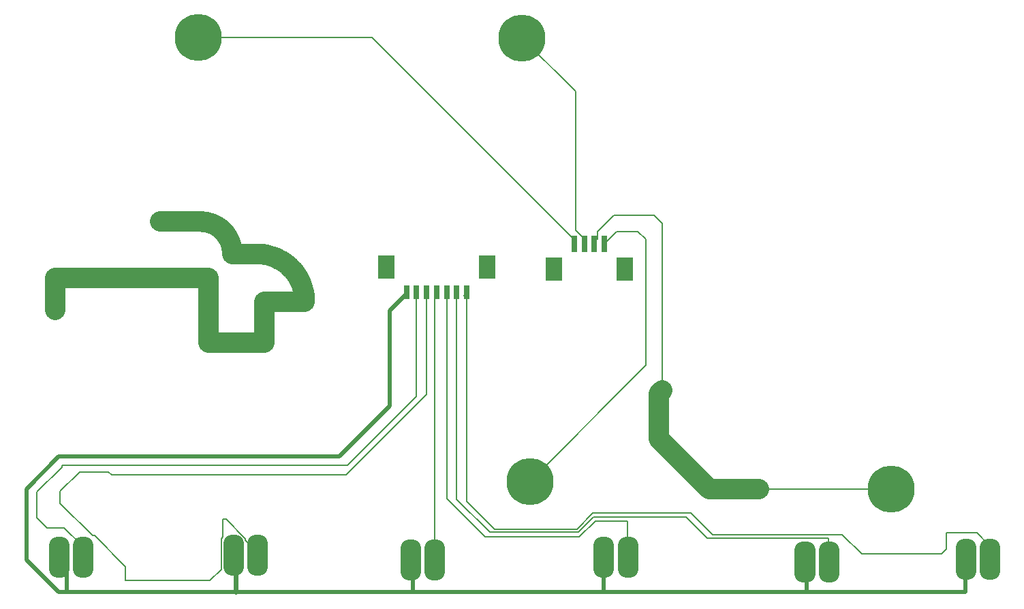
<source format=gbr>
G04 EAGLE Gerber RS-274X export*
G75*
%MOMM*%
%FSLAX34Y34*%
%LPD*%
%INTop Copper*%
%IPPOS*%
%AMOC8*
5,1,8,0,0,1.08239X$1,22.5*%
G01*
%ADD10C,2.108200*%
%ADD11R,0.800000X1.800000*%
%ADD12R,2.100000X3.000000*%
%ADD13C,5.842000*%
%ADD14R,0.800000X2.000000*%
%ADD15C,0.152400*%
%ADD16C,0.508000*%
%ADD17C,0.609600*%
%ADD18C,2.540000*%


D10*
X1203288Y206014D02*
X1203288Y176296D01*
X1198970Y176296D01*
X1198970Y206014D01*
X1203288Y206014D01*
X1203288Y196324D02*
X1198970Y196324D01*
X1233288Y206014D02*
X1233288Y176296D01*
X1228970Y176296D01*
X1228970Y206014D01*
X1233288Y206014D01*
X1233288Y196324D02*
X1228970Y196324D01*
X1003288Y202214D02*
X1003288Y172496D01*
X998970Y172496D01*
X998970Y202214D01*
X1003288Y202214D01*
X1003288Y192524D02*
X998970Y192524D01*
X1033288Y202214D02*
X1033288Y172496D01*
X1028970Y172496D01*
X1028970Y202214D01*
X1033288Y202214D01*
X1033288Y192524D02*
X1028970Y192524D01*
X753288Y178696D02*
X753288Y208414D01*
X753288Y178696D02*
X748970Y178696D01*
X748970Y208414D01*
X753288Y208414D01*
X753288Y198724D02*
X748970Y198724D01*
X783288Y208414D02*
X783288Y178696D01*
X778970Y178696D01*
X778970Y208414D01*
X783288Y208414D01*
X783288Y198724D02*
X778970Y198724D01*
X513288Y204614D02*
X513288Y174896D01*
X508970Y174896D01*
X508970Y204614D01*
X513288Y204614D01*
X513288Y194924D02*
X508970Y194924D01*
X543288Y204614D02*
X543288Y174896D01*
X538970Y174896D01*
X538970Y204614D01*
X543288Y204614D01*
X543288Y194924D02*
X538970Y194924D01*
X293288Y181096D02*
X293288Y210814D01*
X293288Y181096D02*
X288970Y181096D01*
X288970Y210814D01*
X293288Y210814D01*
X293288Y201124D02*
X288970Y201124D01*
X323288Y210814D02*
X323288Y181096D01*
X318970Y181096D01*
X318970Y210814D01*
X323288Y210814D01*
X323288Y201124D02*
X318970Y201124D01*
X76288Y208014D02*
X76288Y178296D01*
X71970Y178296D01*
X71970Y208014D01*
X76288Y208014D01*
X76288Y198324D02*
X71970Y198324D01*
X106288Y208014D02*
X106288Y178296D01*
X101970Y178296D01*
X101970Y208014D01*
X106288Y208014D01*
X106288Y198324D02*
X101970Y198324D01*
D11*
X581329Y522655D03*
X568829Y522655D03*
X556329Y522655D03*
X543829Y522655D03*
X531329Y522655D03*
X518829Y522655D03*
X506329Y522655D03*
D12*
X606329Y553905D03*
X481329Y553905D03*
D13*
X649829Y838155D03*
X247329Y838755D03*
X1108429Y277755D03*
X659529Y286755D03*
D14*
X714779Y582655D03*
X727279Y582655D03*
X739779Y582655D03*
X752279Y582655D03*
D12*
X689779Y551405D03*
X777279Y551405D03*
D15*
X506329Y522655D02*
X506329Y520255D01*
D16*
X485713Y499639D01*
X485713Y380639D02*
X423029Y317955D01*
X74029Y317955D01*
X34029Y277955D01*
X34029Y189639D02*
X74029Y149639D01*
X485713Y380639D02*
X485713Y499639D01*
X34029Y277955D02*
X34029Y189639D01*
X1004029Y149639D02*
X1201129Y149639D01*
X1004029Y149639D02*
X752029Y149639D01*
X514029Y149639D01*
X294029Y149639D01*
X84029Y149639D01*
X74029Y149639D01*
X1201129Y149639D02*
X1201129Y191155D01*
D15*
X514029Y186855D02*
X511129Y189755D01*
D16*
X514029Y186855D02*
X514029Y149639D01*
D15*
X294029Y193055D02*
X291129Y195955D01*
D17*
X294029Y193055D02*
X294029Y149639D01*
D15*
X84029Y183255D02*
X74129Y193155D01*
D16*
X84029Y183255D02*
X84029Y149639D01*
D15*
X1001129Y187355D02*
X1004029Y184455D01*
D16*
X1004029Y149639D01*
X751129Y150539D02*
X751129Y193555D01*
D15*
X751129Y150539D02*
X752029Y149639D01*
X581329Y521655D02*
X581329Y522655D01*
X581329Y521655D02*
X578029Y518355D01*
X1231129Y210855D02*
X1234029Y207955D01*
X1231129Y206855D02*
X1231129Y210855D01*
X1231129Y206855D02*
X1231129Y191155D01*
X581329Y262655D02*
X581329Y522655D01*
X738029Y247955D02*
X718029Y227955D01*
X738029Y247955D02*
X860029Y247955D01*
X887029Y220955D01*
X1048029Y220955D01*
X1072029Y196955D01*
X1171029Y196955D01*
X1177029Y202955D02*
X1177029Y222955D01*
X1215029Y222955D01*
X1231129Y206855D01*
X616029Y227955D02*
X581329Y262655D01*
X616029Y227955D02*
X718029Y227955D01*
X1171029Y196955D02*
X1177029Y202955D01*
X568829Y265155D02*
X568829Y522655D01*
X739029Y242955D02*
X720029Y223955D01*
X739029Y242955D02*
X854029Y242955D01*
X880029Y216955D01*
X1031129Y216955D01*
X1034029Y207955D02*
X1034029Y197955D01*
X610029Y223955D02*
X568829Y265155D01*
X610029Y223955D02*
X720029Y223955D01*
X1031129Y216955D02*
X1031129Y187355D01*
X556329Y265655D02*
X556329Y522655D01*
X556329Y265655D02*
X604029Y217955D01*
X721029Y217955D01*
X741029Y237955D02*
X781129Y237955D01*
X741029Y237955D02*
X721029Y217955D01*
X781129Y237955D02*
X781129Y193555D01*
X544029Y187955D02*
X543829Y188155D01*
X541129Y189755D02*
X541129Y519955D01*
X543829Y522655D01*
X531329Y522655D02*
X531329Y395255D01*
X324029Y195955D02*
X321129Y195955D01*
X431029Y294955D02*
X531329Y395255D01*
X431029Y294955D02*
X140029Y294955D01*
X136029Y298955D01*
X100029Y298955D01*
X76029Y274955D01*
X76029Y259955D01*
X116143Y219841D02*
X118601Y219841D01*
X157029Y181413D01*
X157029Y163955D01*
X262029Y163955D01*
X276143Y178069D01*
X276143Y216127D01*
X278029Y218013D01*
X278029Y239955D01*
X306115Y216127D02*
X306115Y213869D01*
X324029Y195955D01*
X282287Y239955D02*
X278029Y239955D01*
X282287Y239955D02*
X306115Y216127D01*
X116143Y219841D02*
X76029Y259955D01*
X104129Y206155D02*
X104129Y193155D01*
X104129Y206155D02*
X81179Y229105D01*
X78129Y304955D02*
X78129Y306955D01*
X433029Y306955D01*
X518829Y392755D02*
X518829Y522655D01*
X518829Y392755D02*
X433029Y306955D01*
X78129Y304955D02*
X47029Y273855D01*
X47029Y241955D01*
X59879Y229105D01*
X81179Y229105D01*
X804029Y431255D02*
X804029Y587955D01*
X794029Y597955D01*
X767579Y597955D01*
X752279Y582655D01*
X804029Y431255D02*
X659529Y286755D01*
X944229Y277755D02*
X1108429Y277755D01*
X824029Y400000D02*
X824029Y607955D01*
X814029Y617955D01*
X764029Y617955D01*
X744029Y597955D01*
X744029Y587955D01*
D18*
X882245Y277755D02*
X944229Y277755D01*
X882245Y277755D02*
X820000Y340000D01*
X820000Y395971D01*
X824029Y400000D01*
D15*
X649829Y838105D02*
X649829Y838155D01*
X726279Y583655D02*
X727279Y582655D01*
X726279Y583655D02*
X726279Y589655D01*
X716279Y599655D01*
X716279Y771655D01*
X649829Y838105D01*
X463229Y838755D02*
X247329Y838755D01*
X463229Y838755D02*
X714029Y587955D01*
D18*
X70000Y540000D02*
X70000Y500000D01*
X70000Y540000D02*
X260000Y540000D01*
X260000Y460000D01*
X330000Y460000D01*
X330000Y510000D01*
X380000Y510000D01*
X379982Y511450D01*
X379930Y512899D01*
X379842Y514346D01*
X379720Y515791D01*
X379563Y517232D01*
X379370Y518669D01*
X379144Y520101D01*
X378882Y521528D01*
X378586Y522947D01*
X378257Y524359D01*
X377893Y525762D01*
X377495Y527157D01*
X377063Y528541D01*
X376599Y529914D01*
X376101Y531276D01*
X375570Y532626D01*
X375008Y533962D01*
X374412Y535284D01*
X373786Y536591D01*
X373127Y537883D01*
X372438Y539159D01*
X371718Y540418D01*
X370968Y541658D01*
X370188Y542881D01*
X369379Y544084D01*
X368541Y545267D01*
X367675Y546430D01*
X366780Y547571D01*
X365859Y548691D01*
X364911Y549787D01*
X363936Y550861D01*
X362936Y551911D01*
X361911Y552936D01*
X360861Y553936D01*
X359787Y554911D01*
X358691Y555859D01*
X357571Y556780D01*
X356430Y557675D01*
X355267Y558541D01*
X354084Y559379D01*
X352881Y560188D01*
X351658Y560968D01*
X350418Y561718D01*
X349159Y562438D01*
X347883Y563127D01*
X346591Y563786D01*
X345284Y564412D01*
X343962Y565008D01*
X342626Y565570D01*
X341276Y566101D01*
X339914Y566599D01*
X338541Y567063D01*
X337157Y567495D01*
X335762Y567893D01*
X334359Y568257D01*
X332947Y568586D01*
X331528Y568882D01*
X330101Y569144D01*
X328669Y569370D01*
X327232Y569563D01*
X325791Y569720D01*
X324346Y569842D01*
X322899Y569930D01*
X321450Y569982D01*
X320000Y570000D01*
X290000Y570000D01*
X289988Y570967D01*
X289953Y571933D01*
X289895Y572897D01*
X289813Y573861D01*
X289708Y574821D01*
X289580Y575780D01*
X289429Y576734D01*
X289255Y577685D01*
X289058Y578631D01*
X288838Y579573D01*
X288595Y580508D01*
X288330Y581438D01*
X288042Y582361D01*
X287732Y583276D01*
X287401Y584184D01*
X287047Y585084D01*
X286672Y585975D01*
X286275Y586856D01*
X285857Y587728D01*
X285418Y588589D01*
X284959Y589439D01*
X284479Y590278D01*
X283979Y591106D01*
X283459Y591921D01*
X282919Y592723D01*
X282361Y593511D01*
X281783Y594287D01*
X281187Y595047D01*
X280573Y595794D01*
X279940Y596525D01*
X279291Y597241D01*
X278624Y597940D01*
X277940Y598624D01*
X277241Y599291D01*
X276525Y599940D01*
X275794Y600573D01*
X275047Y601187D01*
X274287Y601783D01*
X273511Y602361D01*
X272723Y602919D01*
X271921Y603459D01*
X271106Y603979D01*
X270278Y604479D01*
X269439Y604959D01*
X268589Y605418D01*
X267728Y605857D01*
X266856Y606275D01*
X265975Y606672D01*
X265084Y607047D01*
X264184Y607401D01*
X263276Y607732D01*
X262361Y608042D01*
X261438Y608330D01*
X260508Y608595D01*
X259573Y608838D01*
X258631Y609058D01*
X257685Y609255D01*
X256734Y609429D01*
X255780Y609580D01*
X254821Y609708D01*
X253861Y609813D01*
X252897Y609895D01*
X251933Y609953D01*
X250967Y609988D01*
X250000Y610000D01*
X200000Y610000D01*
M02*

</source>
